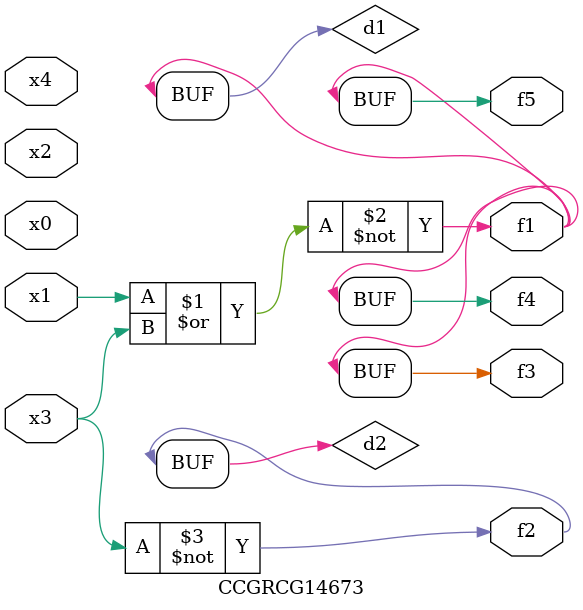
<source format=v>
module CCGRCG14673(
	input x0, x1, x2, x3, x4,
	output f1, f2, f3, f4, f5
);

	wire d1, d2;

	nor (d1, x1, x3);
	not (d2, x3);
	assign f1 = d1;
	assign f2 = d2;
	assign f3 = d1;
	assign f4 = d1;
	assign f5 = d1;
endmodule

</source>
